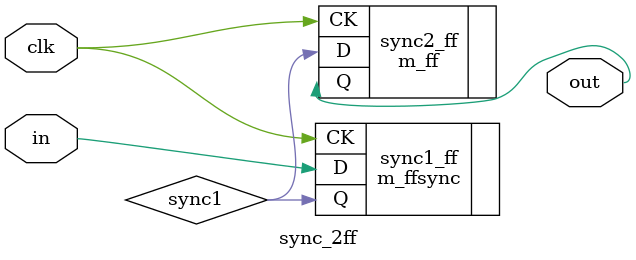
<source format=v>
`ifndef PNR
module sync_2ff (
  input  clk,
  input  in,
  output out
);
   wire sync1;

       m_ffsync #(.X_SIZE (1)) sync1_ff (.D(in),    .CK(clk), .Q(sync1));
       m_ff     #(.X_SIZE (2)) sync2_ff (.D(sync1), .CK(clk), .Q(out));

endmodule
`endif // !`elsif PNR

</source>
